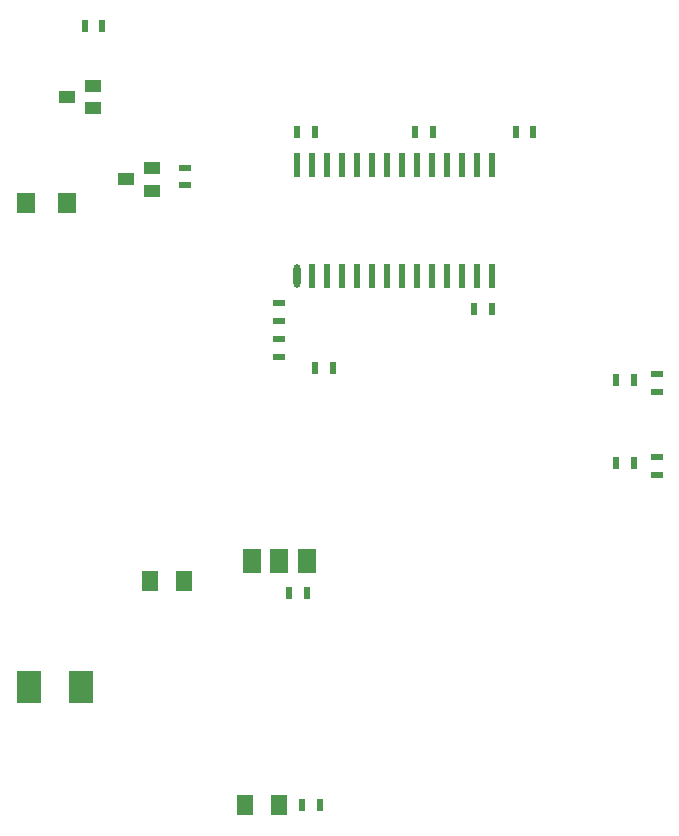
<source format=gtp>
%FSLAX44Y44*%
%MOMM*%
G71*
G01*
G75*
G04 Layer_Color=8421504*
%ADD10R,0.6000X1.0000*%
%ADD11R,1.4500X1.8000*%
%ADD12R,2.1590X2.7430*%
%ADD13R,1.5200X1.6800*%
%ADD14R,1.4000X1.0000*%
%ADD15R,0.6000X2.0000*%
%ADD16O,0.6000X2.0000*%
%ADD17R,1.0000X0.6000*%
%ADD18R,1.5000X2.0000*%
%ADD19C,1.0000*%
%ADD20C,0.3000*%
%ADD21C,0.2580*%
%ADD22R,3.8000X2.0000*%
%ADD23C,2.0000*%
%ADD24C,1.5240*%
G04:AMPARAMS|DCode=25|XSize=4.8mm|YSize=2mm|CornerRadius=0.5mm|HoleSize=0mm|Usage=FLASHONLY|Rotation=270.000|XOffset=0mm|YOffset=0mm|HoleType=Round|Shape=RoundedRectangle|*
%AMROUNDEDRECTD25*
21,1,4.8000,1.0000,0,0,270.0*
21,1,3.8000,2.0000,0,0,270.0*
1,1,1.0000,-0.5000,-1.9000*
1,1,1.0000,-0.5000,1.9000*
1,1,1.0000,0.5000,1.9000*
1,1,1.0000,0.5000,-1.9000*
%
%ADD25ROUNDEDRECTD25*%
G04:AMPARAMS|DCode=26|XSize=4mm|YSize=1.8mm|CornerRadius=0.45mm|HoleSize=0mm|Usage=FLASHONLY|Rotation=270.000|XOffset=0mm|YOffset=0mm|HoleType=Round|Shape=RoundedRectangle|*
%AMROUNDEDRECTD26*
21,1,4.0000,0.9000,0,0,270.0*
21,1,3.1000,1.8000,0,0,270.0*
1,1,0.9000,-0.4500,-1.5500*
1,1,0.9000,-0.4500,1.5500*
1,1,0.9000,0.4500,1.5500*
1,1,0.9000,0.4500,-1.5500*
%
%ADD26ROUNDEDRECTD26*%
G04:AMPARAMS|DCode=27|XSize=4mm|YSize=1.8mm|CornerRadius=0.45mm|HoleSize=0mm|Usage=FLASHONLY|Rotation=0.000|XOffset=0mm|YOffset=0mm|HoleType=Round|Shape=RoundedRectangle|*
%AMROUNDEDRECTD27*
21,1,4.0000,0.9000,0,0,0.0*
21,1,3.1000,1.8000,0,0,0.0*
1,1,0.9000,1.5500,-0.4500*
1,1,0.9000,-1.5500,-0.4500*
1,1,0.9000,-1.5500,0.4500*
1,1,0.9000,1.5500,0.4500*
%
%ADD27ROUNDEDRECTD27*%
%ADD28C,1.5000*%
%ADD29C,4.0000*%
%ADD30C,1.2700*%
%ADD31C,0.2000*%
%ADD32C,0.2540*%
%ADD33C,0.1000*%
%ADD34R,1.1000X2.0000*%
%ADD35R,2.0000X1.1000*%
%ADD36R,0.5000X1.0000*%
%ADD37R,1.0000X0.5000*%
D10*
X293000Y220000D02*
D03*
X278000D02*
D03*
X105000Y700000D02*
D03*
X120000Y700000D02*
D03*
X555000Y400000D02*
D03*
X570000Y400000D02*
D03*
X435000Y460000D02*
D03*
X450000D02*
D03*
X315000Y410000D02*
D03*
X300000D02*
D03*
X555000Y330000D02*
D03*
X570000Y330000D02*
D03*
X485000Y610000D02*
D03*
X470000D02*
D03*
X285000Y610000D02*
D03*
X300000Y610000D02*
D03*
X385000Y610000D02*
D03*
X400000Y610000D02*
D03*
X304000Y40000D02*
D03*
X289000D02*
D03*
D11*
X240500D02*
D03*
X270000D02*
D03*
X189500Y230000D02*
D03*
X160000D02*
D03*
D12*
X57900Y140000D02*
D03*
X102100D02*
D03*
D13*
X90000Y550000D02*
D03*
X55500D02*
D03*
D14*
X112000Y630500D02*
D03*
X90000Y640000D02*
D03*
X112000Y649500D02*
D03*
X162000Y560500D02*
D03*
X140000Y570000D02*
D03*
X162000Y579500D02*
D03*
D15*
X412000Y582000D02*
D03*
X399300D02*
D03*
X386600D02*
D03*
X373900D02*
D03*
X361200D02*
D03*
X348500D02*
D03*
X323100D02*
D03*
X335800D02*
D03*
X310400D02*
D03*
X297700D02*
D03*
X285000D02*
D03*
X424700D02*
D03*
X437400D02*
D03*
X450100D02*
D03*
Y488000D02*
D03*
X437400D02*
D03*
X424700D02*
D03*
X297700D02*
D03*
X310400D02*
D03*
X335800D02*
D03*
X323100D02*
D03*
X348500D02*
D03*
X361200D02*
D03*
X373900D02*
D03*
X386600D02*
D03*
X399300D02*
D03*
X412000D02*
D03*
D16*
X285000D02*
D03*
D17*
X590000Y405000D02*
D03*
X590000Y390000D02*
D03*
X270000Y435000D02*
D03*
X270000Y420000D02*
D03*
X590000Y335000D02*
D03*
Y320000D02*
D03*
X270000Y465000D02*
D03*
X270000Y450000D02*
D03*
X190000Y565000D02*
D03*
X190000Y580000D02*
D03*
D18*
X270000Y247000D02*
D03*
X293000D02*
D03*
X247000D02*
D03*
M02*

</source>
